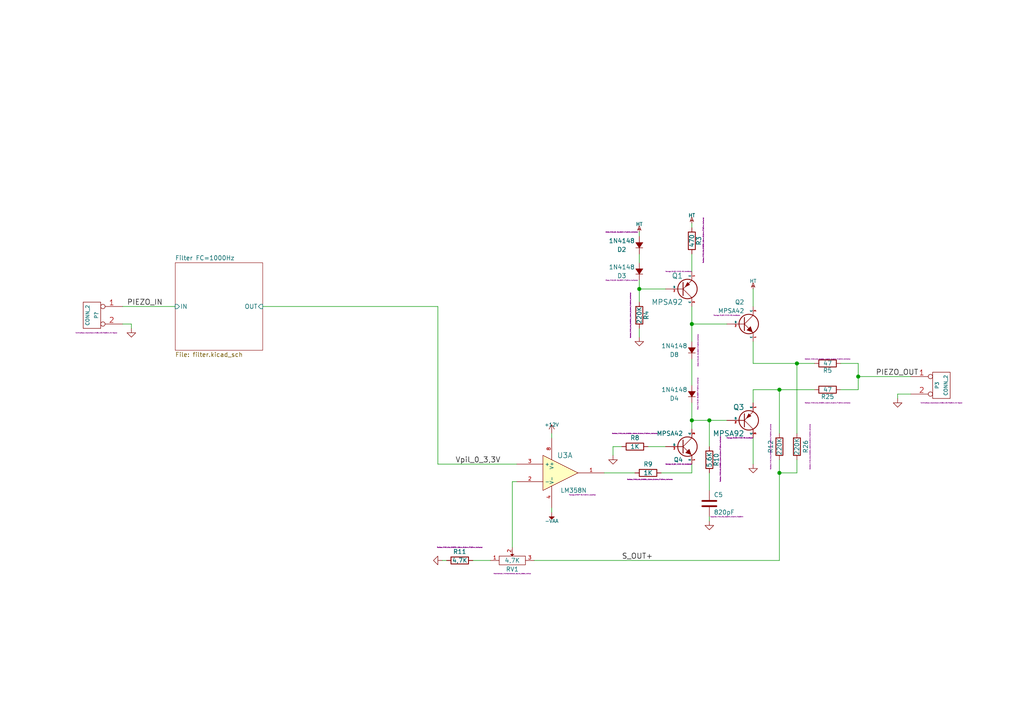
<source format=kicad_sch>
(kicad_sch (version 20210406) (generator eeschema)
  (paper "A4")
  (title_block (title "Complex hierarchy: demo") (date "2017-01-15") (rev "1"))
  (lib_symbols
    (symbol "complex_hierarchy_schlib:+12V" (power) (pin_names (offset 0))
      (property "Value" "+12V" (at 0 3.556 0))
      (symbol "+12V_0_1"
        (polyline (pts (xy -0.762 1.27) (xy 0 2.54)))
        (polyline (pts (xy 0 0) (xy 0 2.54)))
        (polyline (pts (xy 0 2.54) (xy 0.762 1.27)))
      )
      (symbol "+12V_1_1"
        (pin power_in line (at 0 0 90) (length 0) hide (name "+12V") (number "1"))
      )
    )
    (symbol "complex_hierarchy_schlib:-VAA" (power) (pin_names (offset 0))
      (property "Value" "-VAA" (at 0 2.54 0))
      (symbol "-VAA_0_0"
        (pin power_in line (at 0 0 90) (length 0) hide (name "-VAA") (number "1"))
      )
      (symbol "-VAA_0_1"
        (polyline (pts (xy 0 0) (xy 0 1.27) (xy 0 1.27)))
        (polyline (pts (xy 0 2.032) (xy 0.762 1.27) (xy -0.508 1.27) (xy -0.762 1.27) (xy 0 2.032) (xy 0 2.032) (xy 0 2.032)) (fill (type outline)))
      )
    )
    (symbol "complex_hierarchy_schlib:C" (pin_numbers hide) (pin_names (offset 0.254))
      (property "Reference" "C" (at 0.635 2.54 0))
      (property "Value" "C" (at 0.635 -2.54 0))
      (symbol "C_0_1"
        (polyline (pts (xy -2.032 -0.762) (xy 2.032 -0.762)) (stroke (width 0.508)))
        (polyline (pts (xy -2.032 0.762) (xy 2.032 0.762)) (stroke (width 0.508)))
      )
      (symbol "C_1_1"
        (pin passive line (at 0 3.81 270) (length 2.794) (name "~") (number "1"))
        (pin passive line (at 0 -3.81 90) (length 2.794) (name "~") (number "2"))
      )
    )
    (symbol "complex_hierarchy_schlib:CONN_2" (pin_names hide)
      (property "Reference" "P" (at -1.27 0 90))
      (property "Value" "CONN_2" (at 1.27 0 90))
      (symbol "CONN_2_0_1"
        (rectangle (start -2.54 3.81) (end 2.54 -3.81))
      )
      (symbol "CONN_2_1_1"
        (pin passive inverted (at -8.89 2.54 0) (length 6.35) (name "P1") (number "1"))
        (pin passive inverted (at -8.89 -2.54 0) (length 6.35) (name "PM") (number "2"))
      )
    )
    (symbol "complex_hierarchy_schlib:D_Small" (pin_numbers hide) (pin_names (offset 0.254) hide)
      (property "Reference" "D" (at -1.27 2.032 0))
      (property "Value" "D_Small" (at -3.81 -2.032 0))
      (symbol "D_Small_0_1"
        (polyline (pts (xy -0.762 -1.016) (xy -0.762 1.016)))
        (polyline (pts (xy 0.762 -1.016) (xy -0.762 0) (xy 0.762 1.016) (xy 0.762 -1.016)) (fill (type outline)))
      )
      (symbol "D_Small_1_1"
        (pin passive line (at -2.54 0 0) (length 1.778) (name "K") (number "1"))
        (pin passive line (at 2.54 0 180) (length 1.778) (name "A") (number "2"))
      )
    )
    (symbol "complex_hierarchy_schlib:GND" (power) (pin_names (offset 0))
      (property "Value" "GND" (at 0 -3.1242 0))
      (symbol "GND_0_1"
        (polyline (pts (xy 0 0) (xy 0 -1.27) (xy 1.27 -1.27) (xy 0 -2.54) (xy -1.27 -1.27) (xy 0 -1.27)))
      )
      (symbol "GND_1_1"
        (pin power_in line (at 0 0 270) (length 0) hide (name "GND") (number "1"))
      )
    )
    (symbol "complex_hierarchy_schlib:HT" (power) (pin_names (offset 0))
      (property "Value" "HT" (at 0 2.286 0))
      (symbol "HT_0_0"
        (pin power_in line (at 0 0 90) (length 0) hide (name "HT") (number "1"))
      )
      (symbol "HT_0_1"
        (polyline (pts (xy 0 0) (xy 0 1.016) (xy 0 1.016)))
        (polyline (pts (xy 0 1.016) (xy 0.508 0.508) (xy 0 1.778) (xy -0.508 0.508) (xy 0 1.016) (xy 0 1.016)))
      )
    )
    (symbol "complex_hierarchy_schlib:LM358N"
      (property "Reference" "U" (at -1.27 5.08 0))
      (property "Value" "LM358N" (at -1.27 -6.35 0))
      (symbol "LM358N_0_1"
        (polyline (pts (xy -5.08 5.08) (xy 5.08 0) (xy -5.08 -5.08) (xy -5.08 5.08)) (fill (type background)))
        (pin power_in line (at -2.54 -10.16 90) (length 6.35) (name "V-") (number "4"))
        (pin power_in line (at -2.54 10.16 270) (length 6.35) (name "V+") (number "8"))
      )
      (symbol "LM358N_1_1"
        (pin output line (at 12.7 0 180) (length 7.62) (name "~") (number "1"))
        (pin input line (at -12.7 -2.54 0) (length 7.62) (name "-") (number "2"))
        (pin input line (at -12.7 2.54 0) (length 7.62) (name "+") (number "3"))
      )
      (symbol "LM358N_2_1"
        (pin input line (at -12.7 2.54 0) (length 7.62) (name "+") (number "5"))
        (pin input line (at -12.7 -2.54 0) (length 7.62) (name "-") (number "6"))
        (pin output line (at 12.7 0 180) (length 7.62) (name "~") (number "7"))
      )
    )
    (symbol "complex_hierarchy_schlib:MPSA42" (pin_names (offset 0))
      (property "Reference" "Q" (at 3.81 -3.81 0))
      (property "Value" "MPSA42" (at 3.81 3.81 0))
      (symbol "MPSA42_0_1"
        (circle (center 1.27 0) (radius 2.8194) (stroke (width 0.254)))
        (polyline (pts (xy 0 0) (xy 2.54 2.54)))
        (polyline (pts (xy 0 1.905) (xy 0 -1.905) (xy 0 -1.905)) (stroke (width 0.254)))
        (polyline (pts (xy 1.27 -1.27) (xy 0 0) (xy 0 0)))
        (polyline (pts (xy 2.286 -2.286) (xy 2.54 -2.54) (xy 2.54 -2.54)))
        (polyline (pts (xy 2.286 -2.286) (xy 1.778 -0.762) (xy 0.762 -1.778) (xy 2.286 -2.286) (xy 2.286 -2.286)) (fill (type outline)))
      )
      (symbol "MPSA42_1_1"
        (pin passive line (at 2.54 -5.08 90) (length 2.54) (name "E") (number "1"))
        (pin input line (at -5.08 0 0) (length 5.08) (name "B") (number "2"))
        (pin passive line (at 2.54 5.08 270) (length 2.54) (name "C") (number "3"))
      )
    )
    (symbol "complex_hierarchy_schlib:MPSA92" (pin_names (offset 0))
      (property "Reference" "Q" (at 3.81 -3.81 0))
      (property "Value" "MPSA92" (at 3.81 3.81 0))
      (symbol "MPSA92_0_1"
        (circle (center 1.27 0) (radius 2.8194) (stroke (width 0.254)))
        (polyline (pts (xy 0 0) (xy 2.54 2.54)))
        (polyline (pts (xy 0.635 -0.635) (xy 0 0) (xy 0 0)))
        (polyline (pts (xy 2.54 -2.54) (xy 1.651 -1.651) (xy 1.651 -1.651)))
        (polyline (pts (xy 0 1.905) (xy 0 -1.905) (xy 0 -1.905)) (stroke (width 0.254)) (fill (type outline)))
        (polyline (pts (xy 0.635 -0.635) (xy 1.27 -1.905) (xy 1.905 -1.27) (xy 0.635 -0.635) (xy 0.635 -0.635)) (fill (type outline)))
      )
      (symbol "MPSA92_1_1"
        (pin passive line (at 2.54 -5.08 90) (length 2.54) (name "E") (number "1"))
        (pin input line (at -5.08 0 0) (length 5.08) (name "B") (number "2"))
        (pin passive line (at 2.54 5.08 270) (length 2.54) (name "C") (number "3"))
      )
    )
    (symbol "complex_hierarchy_schlib:POT" (pin_names hide)
      (property "Reference" "RV" (at 0 -2.54 0))
      (property "Value" "POT" (at 0 0 0))
      (symbol "POT_0_1"
        (rectangle (start -3.81 1.27) (end 3.81 -1.27))
        (polyline (pts (xy 0 1.27) (xy -0.508 1.778) (xy 0.508 1.778)) (fill (type outline)))
      )
      (symbol "POT_1_1"
        (pin passive line (at -6.35 0 0) (length 2.54) (name "1") (number "1"))
        (pin passive line (at 0 3.81 270) (length 2.032) (name "2") (number "2"))
        (pin passive line (at 6.35 0 180) (length 2.54) (name "3") (number "3"))
      )
    )
    (symbol "complex_hierarchy_schlib:R" (pin_numbers hide) (pin_names (offset 0))
      (property "Reference" "R" (at 2.032 0 90))
      (property "Value" "R" (at 0 0 90))
      (symbol "R_0_1"
        (rectangle (start -1.016 -2.54) (end 1.016 2.54) (stroke (width 0.254)))
      )
      (symbol "R_1_1"
        (pin passive line (at 0 3.81 270) (length 1.27) (name "~") (number "1"))
        (pin passive line (at 0 -3.81 90) (length 1.27) (name "~") (number "2"))
      )
    )
  )
  (junction (at 185.42 83.82) (diameter 1.016))
  (junction (at 200.66 93.98) (diameter 1.016))
  (junction (at 200.66 121.92) (diameter 1.016))
  (junction (at 205.74 121.92) (diameter 1.016))
  (junction (at 226.06 113.03) (diameter 1.016))
  (junction (at 226.06 137.16) (diameter 1.016))
  (junction (at 231.14 105.41) (diameter 1.016))
  (junction (at 248.92 109.22) (diameter 1.016))
  (wire (pts (xy 35.56 93.98) (xy 38.1 93.98)))
  (wire (pts (xy 38.1 93.98) (xy 38.1 95.25)))
  (wire (pts (xy 50.8 88.9) (xy 35.56 88.9)))
  (wire (pts (xy 76.2 88.9) (xy 127 88.9)))
  (wire (pts (xy 127 88.9) (xy 127 134.62)))
  (wire (pts (xy 127 134.62) (xy 149.86 134.62)))
  (wire (pts (xy 128.27 162.56) (xy 129.54 162.56)))
  (wire (pts (xy 137.16 162.56) (xy 142.24 162.56)))
  (wire (pts (xy 148.59 139.7) (xy 149.86 139.7)))
  (wire (pts (xy 148.59 158.75) (xy 148.59 139.7)))
  (wire (pts (xy 160.02 125.73) (xy 160.02 127)))
  (wire (pts (xy 160.02 148.59) (xy 160.02 147.32)))
  (wire (pts (xy 175.26 137.16) (xy 184.15 137.16)))
  (wire (pts (xy 177.8 129.54) (xy 177.8 132.08)))
  (wire (pts (xy 180.34 129.54) (xy 177.8 129.54)))
  (wire (pts (xy 185.42 68.58) (xy 185.42 67.31)))
  (wire (pts (xy 185.42 76.2) (xy 185.42 73.66)))
  (wire (pts (xy 185.42 81.28) (xy 185.42 83.82)))
  (wire (pts (xy 185.42 83.82) (xy 185.42 87.63)))
  (wire (pts (xy 185.42 95.25) (xy 185.42 97.79)))
  (wire (pts (xy 187.96 129.54) (xy 193.04 129.54)))
  (wire (pts (xy 193.04 83.82) (xy 185.42 83.82)))
  (wire (pts (xy 200.66 64.77) (xy 200.66 66.04)))
  (wire (pts (xy 200.66 73.66) (xy 200.66 78.74)))
  (wire (pts (xy 200.66 88.9) (xy 200.66 93.98)))
  (wire (pts (xy 200.66 93.98) (xy 200.66 99.06)))
  (wire (pts (xy 200.66 104.14) (xy 200.66 111.76)))
  (wire (pts (xy 200.66 116.84) (xy 200.66 121.92)))
  (wire (pts (xy 200.66 121.92) (xy 200.66 124.46)))
  (wire (pts (xy 200.66 121.92) (xy 205.74 121.92)))
  (wire (pts (xy 200.66 134.62) (xy 200.66 137.16)))
  (wire (pts (xy 200.66 137.16) (xy 191.77 137.16)))
  (wire (pts (xy 205.74 121.92) (xy 205.74 129.54)))
  (wire (pts (xy 205.74 121.92) (xy 210.82 121.92)))
  (wire (pts (xy 205.74 137.16) (xy 205.74 142.24)))
  (wire (pts (xy 205.74 149.86) (xy 205.74 151.13)))
  (wire (pts (xy 210.82 93.98) (xy 200.66 93.98)))
  (wire (pts (xy 218.44 83.82) (xy 218.44 88.9)))
  (wire (pts (xy 218.44 105.41) (xy 218.44 99.06)))
  (wire (pts (xy 218.44 105.41) (xy 231.14 105.41)))
  (wire (pts (xy 218.44 113.03) (xy 218.44 116.84)))
  (wire (pts (xy 218.44 113.03) (xy 226.06 113.03)))
  (wire (pts (xy 218.44 127) (xy 218.44 134.62)))
  (wire (pts (xy 226.06 113.03) (xy 226.06 125.73)))
  (wire (pts (xy 226.06 113.03) (xy 236.22 113.03)))
  (wire (pts (xy 226.06 133.35) (xy 226.06 137.16)))
  (wire (pts (xy 226.06 137.16) (xy 226.06 162.56)))
  (wire (pts (xy 226.06 137.16) (xy 231.14 137.16)))
  (wire (pts (xy 226.06 162.56) (xy 154.94 162.56)))
  (wire (pts (xy 231.14 105.41) (xy 236.22 105.41)))
  (wire (pts (xy 231.14 125.73) (xy 231.14 105.41)))
  (wire (pts (xy 231.14 137.16) (xy 231.14 133.35)))
  (wire (pts (xy 248.92 105.41) (xy 243.84 105.41)))
  (wire (pts (xy 248.92 105.41) (xy 248.92 109.22)))
  (wire (pts (xy 248.92 109.22) (xy 248.92 113.03)))
  (wire (pts (xy 248.92 109.22) (xy 264.16 109.22)))
  (wire (pts (xy 248.92 113.03) (xy 243.84 113.03)))
  (wire (pts (xy 260.35 114.3) (xy 260.35 115.57)))
  (wire (pts (xy 264.16 114.3) (xy 260.35 114.3)))
  (label "PIEZO_IN" (at 36.83 88.9 0) (effects (font (size 1.524 1.524))))
  (label "Vpil_0_3,3V" (at 132.08 134.62 0) (effects (font (size 1.524 1.524))))
  (label "S_OUT+" (at 180.34 162.56 0) (effects (font (size 1.524 1.524))))
  (label "PIEZO_OUT" (at 254 109.22 0) (effects (font (size 1.524 1.524))))
  (symbol (lib_id "complex_hierarchy_schlib:HT") (at 185.42 67.31 0)
    (property "Reference" "#PWR?" (effects hide))
    (property "Value" "HT" (at 185.42 65.024 0) (effects (font (size 1.016 1.016))))
  )
  (symbol (lib_id "complex_hierarchy_schlib:HT") (at 200.66 64.77 0)
    (property "Reference" "#PWR?" (effects hide))
    (property "Value" "HT" (at 200.66 62.484 0) (effects (font (size 1.016 1.016))))
  )
  (symbol (lib_id "complex_hierarchy_schlib:HT") (at 218.44 83.82 0)
    (property "Reference" "#PWR?" (effects hide))
    (property "Value" "HT" (at 218.44 81.534 0) (effects (font (size 1.016 1.016))))
  )
  (symbol (lib_id "complex_hierarchy_schlib:-VAA") (at 160.02 148.59 180)
    (property "Reference" "#PWR?" (effects hide))
    (property "Value" "-VAA" (at 160.02 151.13 0) (effects (font (size 1.016 1.016))))
  )
  (symbol (lib_id "complex_hierarchy_schlib:+12V") (at 160.02 125.73 0)
    (property "Reference" "#U?" (effects hide))
    (property "Value" "+12V" (at 160.02 123.19 0) (effects (font (size 1.016 1.016))))
  )
  (symbol (lib_id "complex_hierarchy_schlib:GND") (at 38.1 95.25 0)
    (property "Reference" "#PWR?" (effects hide))
    (property "Value" "GND" (effects hide))
  )
  (symbol (lib_id "complex_hierarchy_schlib:GND") (at 128.27 162.56 270)
    (property "Reference" "#PWR?" (effects hide))
    (property "Value" "GND" (effects hide))
  )
  (symbol (lib_id "complex_hierarchy_schlib:GND") (at 177.8 132.08 0)
    (property "Reference" "#PWR?" (effects hide))
    (property "Value" "GND" (effects hide))
  )
  (symbol (lib_id "complex_hierarchy_schlib:GND") (at 185.42 97.79 0)
    (property "Reference" "#PWR?" (effects hide))
    (property "Value" "GND" (effects hide))
  )
  (symbol (lib_id "complex_hierarchy_schlib:GND") (at 205.74 151.13 0)
    (property "Reference" "#PWR?" (effects hide))
    (property "Value" "GND" (effects hide))
  )
  (symbol (lib_id "complex_hierarchy_schlib:GND") (at 218.44 134.62 0)
    (property "Reference" "#PWR?" (effects hide))
    (property "Value" "GND" (effects hide))
  )
  (symbol (lib_id "complex_hierarchy_schlib:GND") (at 260.35 115.57 0)
    (property "Reference" "#PWR?" (effects hide))
    (property "Value" "GND" (effects hide))
  )
  (symbol (lib_id "complex_hierarchy_schlib:D_Small") (at 185.42 71.12 90)
    (property "Reference" "D2" (at 180.34 72.39 90))
    (property "Value" "1N4148" (at 180.34 69.85 90))
    (property "Footprint" "Diode_THT:D_DO-35_SOD27_P7.62mm_Horizontal" (at 180.34 67.31 90) (effects (font (size 0.254 0.254))))
  )
  (symbol (lib_id "complex_hierarchy_schlib:D_Small") (at 185.42 78.74 90)
    (property "Reference" "D3" (at 180.34 80.01 90))
    (property "Value" "1N4148" (at 180.34 77.47 90))
    (property "Footprint" "Diode_THT:D_DO-35_SOD27_P7.62mm_Horizontal" (at 180.34 81.28 90) (effects (font (size 0.254 0.254))))
  )
  (symbol (lib_id "complex_hierarchy_schlib:D_Small") (at 200.66 101.6 90)
    (property "Reference" "D8" (at 195.58 102.87 90))
    (property "Value" "1N4148" (at 195.58 100.33 90))
    (property "Footprint" "Diode_THT:D_DO-35_SOD27_P7.62mm_Horizontal" (at 202.4634 101.5746 0) (effects (font (size 0.254 0.254))))
  )
  (symbol (lib_id "complex_hierarchy_schlib:D_Small") (at 200.66 114.3 90)
    (property "Reference" "D4" (at 195.58 115.57 90))
    (property "Value" "1N4148" (at 195.58 113.03 90))
    (property "Footprint" "Diode_THT:D_DO-35_SOD27_P7.62mm_Horizontal" (at 202.3872 114.1476 0) (effects (font (size 0.254 0.254))))
  )
  (symbol (lib_id "complex_hierarchy_schlib:R") (at 133.35 162.56 270)
    (property "Reference" "R11" (at 133.35 160.02 90))
    (property "Value" "4,7K" (at 133.35 162.56 90))
    (property "Footprint" "Resistor_THT:R_Axial_DIN0204_L3.6mm_D1.6mm_P7.62mm_Horizontal" (at 133.35 158.75 90) (effects (font (size 0.254 0.254))))
  )
  (symbol (lib_id "complex_hierarchy_schlib:R") (at 184.15 129.54 270)
    (property "Reference" "R8" (at 184.15 127 90))
    (property "Value" "1K" (at 184.15 129.54 90))
    (property "Footprint" "Resistor_THT:R_Axial_DIN0204_L3.6mm_D1.6mm_P7.62mm_Horizontal" (at 184.15 125.73 90) (effects (font (size 0.254 0.254))))
  )
  (symbol (lib_id "complex_hierarchy_schlib:R") (at 185.42 91.44 0)
    (property "Reference" "R4" (at 187.452 91.44 90))
    (property "Value" "220K" (at 185.42 91.44 90))
    (property "Footprint" "Resistor_THT:R_Axial_DIN0204_L3.6mm_D1.6mm_P7.62mm_Horizontal" (at 182.88 91.44 90) (effects (font (size 0.254 0.254))))
  )
  (symbol (lib_id "complex_hierarchy_schlib:R") (at 187.96 137.16 270)
    (property "Reference" "R9" (at 187.96 134.62 90))
    (property "Value" "1K" (at 187.96 137.16 90))
    (property "Footprint" "Resistor_THT:R_Axial_DIN0204_L3.6mm_D1.6mm_P7.62mm_Horizontal" (at 188.5188 139.065 90) (effects (font (size 0.254 0.254))))
  )
  (symbol (lib_id "complex_hierarchy_schlib:R") (at 200.66 69.85 0)
    (property "Reference" "R3" (at 202.692 69.85 90))
    (property "Value" "470" (at 200.66 69.85 90))
    (property "Footprint" "Resistor_THT:R_Axial_DIN0204_L3.6mm_D1.6mm_P7.62mm_Horizontal" (at 203.9874 69.6468 90) (effects (font (size 0.254 0.254))))
  )
  (symbol (lib_id "complex_hierarchy_schlib:R") (at 205.74 133.35 0)
    (property "Reference" "R10" (at 207.772 133.35 90))
    (property "Value" "5,6K" (at 205.74 133.35 90))
    (property "Footprint" "Resistor_THT:R_Axial_DIN0204_L3.6mm_D1.6mm_P7.62mm_Horizontal" (at 208.9404 133.1214 90) (effects (font (size 0.254 0.254))))
  )
  (symbol (lib_id "complex_hierarchy_schlib:R") (at 226.06 129.54 180)
    (property "Reference" "R12" (at 223.52 129.54 90))
    (property "Value" "220K" (at 226.06 129.54 90))
    (property "Footprint" "Resistor_THT:R_Axial_DIN0204_L3.6mm_D1.6mm_P7.62mm_Horizontal" (at 223.52 129.54 90) (effects (font (size 0.254 0.254))))
  )
  (symbol (lib_id "complex_hierarchy_schlib:R") (at 231.14 129.54 180)
    (property "Reference" "R26" (at 233.68 129.54 90))
    (property "Value" "220K" (at 231.14 129.54 90))
    (property "Footprint" "Resistor_THT:R_Axial_DIN0204_L3.6mm_D1.6mm_P7.62mm_Horizontal" (at 234.95 129.54 90) (effects (font (size 0.254 0.254))))
  )
  (symbol (lib_id "complex_hierarchy_schlib:R") (at 240.03 105.41 270)
    (property "Reference" "R5" (at 240.03 107.442 90))
    (property "Value" "47" (at 240.03 105.41 90))
    (property "Footprint" "Resistor_THT:R_Axial_DIN0204_L3.6mm_D1.6mm_P7.62mm_Horizontal" (at 240.03 104.14 90) (effects (font (size 0.254 0.254))))
  )
  (symbol (lib_id "complex_hierarchy_schlib:R") (at 240.03 113.03 270)
    (property "Reference" "R25" (at 240.03 115.062 90))
    (property "Value" "47" (at 240.03 113.03 90))
    (property "Footprint" "Resistor_THT:R_Axial_DIN0204_L3.6mm_D1.6mm_P7.62mm_Horizontal" (at 240.03 116.84 90) (effects (font (size 0.254 0.254))))
  )
  (symbol (lib_id "complex_hierarchy_schlib:C") (at 205.74 146.05 0)
    (property "Reference" "C5" (at 207.01 143.51 0) (effects (justify left)))
    (property "Value" "820pF" (at 207.01 148.59 0) (effects (justify left)))
    (property "Footprint" "Capacitor_THT:C_Disc_D5.0mm_W2.5mm_P5.00mm" (at 210.82 149.86 0) (effects (font (size 0.254 0.254))))
  )
  (symbol (lib_id "complex_hierarchy_schlib:POT") (at 148.59 162.56 0)
    (property "Reference" "RV1" (at 148.59 165.1 0))
    (property "Value" "4,7K" (at 148.59 162.56 0))
    (property "Footprint" "Potentiometer_THT:Potentiometer_Bourns_3266W_Vertical" (at 148.59 166.37 0) (effects (font (size 0.254 0.254))))
  )
  (symbol (lib_id "complex_hierarchy_schlib:CONN_2") (at 26.67 91.44 0) (mirror y)
    (property "Reference" "P?" (at 27.94 91.44 90) (effects (font (size 1.016 1.016))))
    (property "Value" "CONN_2" (at 25.4 91.44 90) (effects (font (size 1.016 1.016))))
    (property "Footprint" "TerminalBlock_Altech:Altech_AK300_1x02_P5.00mm_45-Degree" (at 27.94 96.52 0) (effects (font (size 0.254 0.254))))
  )
  (symbol (lib_id "complex_hierarchy_schlib:CONN_2") (at 273.05 111.76 0)
    (property "Reference" "P3" (at 271.78 111.76 90) (effects (font (size 1.016 1.016))))
    (property "Value" "CONN_2" (at 274.32 111.76 90) (effects (font (size 1.016 1.016))))
    (property "Footprint" "TerminalBlock_Altech:Altech_AK300_1x02_P5.00mm_45-Degree" (at 273.05 116.84 0) (effects (font (size 0.254 0.254))))
  )
  (symbol (lib_id "complex_hierarchy_schlib:MPSA92") (at 198.12 83.82 0) (mirror x)
    (property "Reference" "Q1" (at 198.12 80.01 0) (effects (font (size 1.524 1.524)) (justify right)))
    (property "Value" "MPSA92" (at 198.12 87.63 0) (effects (font (size 1.524 1.524)) (justify right)))
    (property "Footprint" "Package_TO_SOT_THT:TO-92_HandSolder" (at 196.85 78.74 0) (effects (font (size 0.254 0.254))))
  )
  (symbol (lib_id "complex_hierarchy_schlib:MPSA42") (at 198.12 129.54 0)
    (property "Reference" "Q4" (at 198.12 133.35 0) (effects (justify right)))
    (property "Value" "MPSA42" (at 198.12 125.73 0) (effects (justify right)))
    (property "Footprint" "Package_TO_SOT_THT:TO-92_HandSolder" (at 196.85 134.62 0) (effects (font (size 0.254 0.254))))
  )
  (symbol (lib_id "complex_hierarchy_schlib:MPSA42") (at 215.9 93.98 0)
    (property "Reference" "Q2" (at 215.9 87.63 0) (effects (justify right)))
    (property "Value" "MPSA42" (at 215.9 90.17 0) (effects (justify right)))
    (property "Footprint" "Package_TO_SOT_THT:TO-92_HandSolder" (at 210.82 91.44 0) (effects (font (size 0.254 0.254))))
  )
  (symbol (lib_id "complex_hierarchy_schlib:MPSA92") (at 215.9 121.92 0) (mirror x)
    (property "Reference" "Q3" (at 215.9 118.11 0) (effects (font (size 1.524 1.524)) (justify right)))
    (property "Value" "MPSA92" (at 215.9 125.73 0) (effects (font (size 1.524 1.524)) (justify right)))
    (property "Footprint" "Package_TO_SOT_THT:TO-92_HandSolder" (at 214.63 127 0) (effects (font (size 0.254 0.254))))
  )
  (symbol (lib_id "complex_hierarchy_schlib:LM358N") (at 162.56 137.16 0)
    (property "Reference" "U3" (at 163.83 132.08 0) (effects (font (size 1.524 1.524))))
    (property "Value" "LM358N" (at 166.37 142.24 0))
    (property "Footprint" "Package_DIP:DIP-8_W7.62mm_LongPads" (at 168.91 143.51 0) (effects (font (size 0.254 0.254))))
  )
  (sheet (at 50.8 76.2) (size 25.4 25.4) (stroke (width 0.0006))
    (property "Sheet name" "Filter FC=1000Hz" (at 50.8 75.5643 0) (effects (justify left bottom)))
    (property "Sheet file" "filter.kicad_sch" (at 50.8 102.1087 0) (effects (justify left top)))
    (pin "IN" input (at 50.8 88.9 180))
    (pin "OUT" input (at 76.2 88.9 0))
  )
)
</source>
